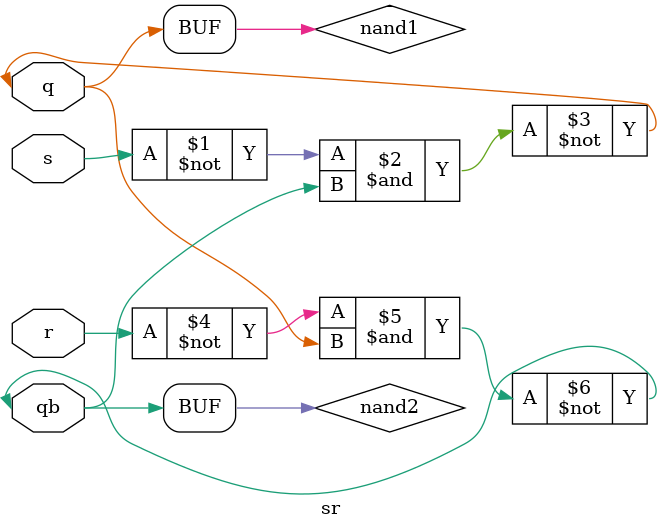
<source format=v>
module sr(input s,r,inout q,qb);
  wire nand1,nand2;
  nand a1(nand1,~s,nand2);
  nand a2(nand2,~r,nand1);
  assign q=nand1;
  assign qb=nand2;
endmodule

</source>
